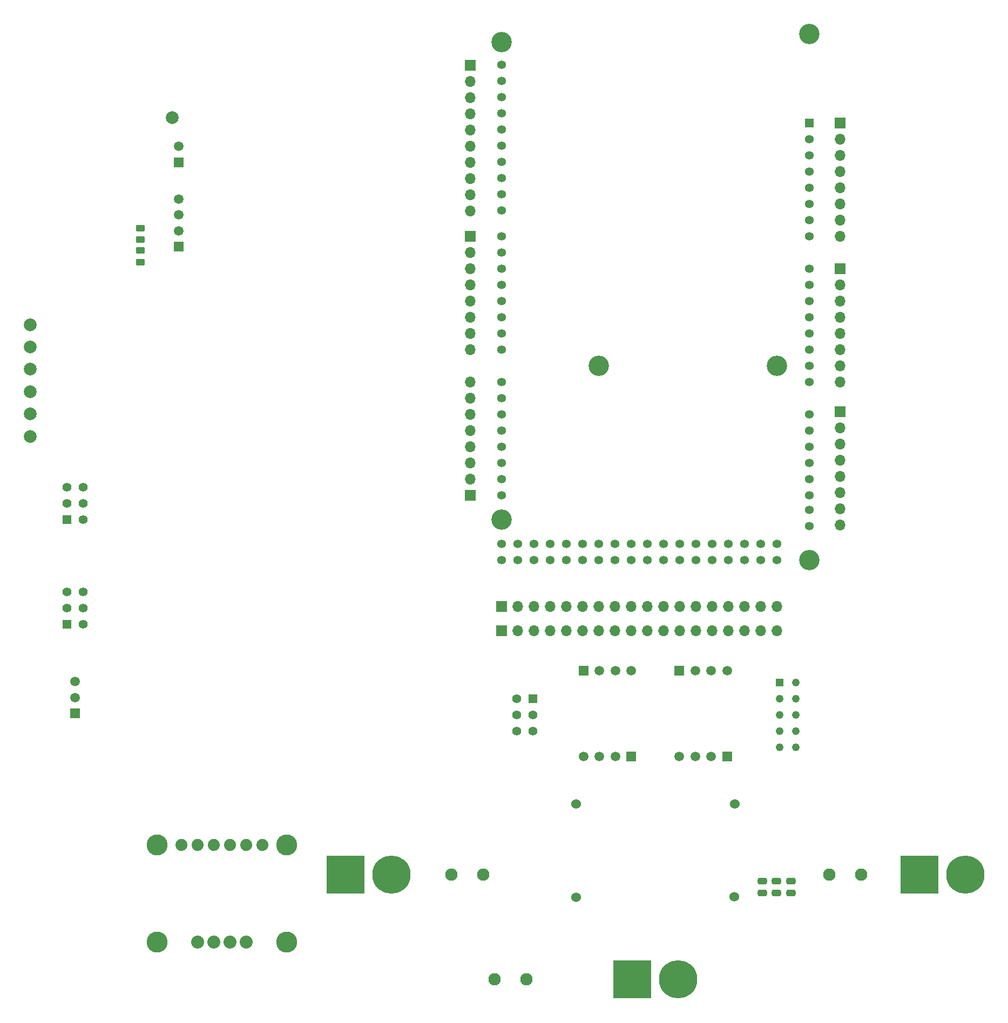
<source format=gbr>
%TF.GenerationSoftware,KiCad,Pcbnew,(6.0.9)*%
%TF.CreationDate,2023-07-09T09:32:53+10:00*%
%TF.ProjectId,Main 2.4,4d61696e-2032-42e3-942e-6b696361645f,rev?*%
%TF.SameCoordinates,Original*%
%TF.FileFunction,Soldermask,Top*%
%TF.FilePolarity,Negative*%
%FSLAX46Y46*%
G04 Gerber Fmt 4.6, Leading zero omitted, Abs format (unit mm)*
G04 Created by KiCad (PCBNEW (6.0.9)) date 2023-07-09 09:32:53*
%MOMM*%
%LPD*%
G01*
G04 APERTURE LIST*
G04 Aperture macros list*
%AMRoundRect*
0 Rectangle with rounded corners*
0 $1 Rounding radius*
0 $2 $3 $4 $5 $6 $7 $8 $9 X,Y pos of 4 corners*
0 Add a 4 corners polygon primitive as box body*
4,1,4,$2,$3,$4,$5,$6,$7,$8,$9,$2,$3,0*
0 Add four circle primitives for the rounded corners*
1,1,$1+$1,$2,$3*
1,1,$1+$1,$4,$5*
1,1,$1+$1,$6,$7*
1,1,$1+$1,$8,$9*
0 Add four rect primitives between the rounded corners*
20,1,$1+$1,$2,$3,$4,$5,0*
20,1,$1+$1,$4,$5,$6,$7,0*
20,1,$1+$1,$6,$7,$8,$9,0*
20,1,$1+$1,$8,$9,$2,$3,0*%
G04 Aperture macros list end*
%ADD10C,1.879600*%
%ADD11C,2.032000*%
%ADD12C,3.301600*%
%ADD13R,1.700000X1.700000*%
%ADD14O,1.700000X1.700000*%
%ADD15C,6.000000*%
%ADD16R,6.000000X6.000000*%
%ADD17R,1.398000X1.398000*%
%ADD18C,1.398000*%
%ADD19C,2.000000*%
%ADD20R,1.508000X1.508000*%
%ADD21C,1.508000*%
%ADD22RoundRect,0.250000X0.475000X-0.250000X0.475000X0.250000X-0.475000X0.250000X-0.475000X-0.250000X0*%
%ADD23C,1.950000*%
%ADD24R,1.240000X1.240000*%
%ADD25C,1.240000*%
%ADD26RoundRect,0.250000X-0.450000X0.262500X-0.450000X-0.262500X0.450000X-0.262500X0.450000X0.262500X0*%
%ADD27RoundRect,0.250000X0.450000X-0.262500X0.450000X0.262500X-0.450000X0.262500X-0.450000X-0.262500X0*%
%ADD28C,1.524000*%
%ADD29C,3.200000*%
%ADD30C,1.358000*%
%ADD31R,1.358000X1.358000*%
G04 APERTURE END LIST*
D10*
%TO.C,U4*%
X138350000Y-195380000D03*
X135810000Y-195380000D03*
X133270000Y-195380000D03*
X130730000Y-195380000D03*
X128190000Y-195380000D03*
X125650000Y-195380000D03*
D11*
X135810000Y-210620000D03*
X133270000Y-210620000D03*
X130730000Y-210620000D03*
X128190000Y-210620000D03*
D12*
X142160000Y-210620000D03*
X121840000Y-195380000D03*
X142160000Y-195380000D03*
X121840000Y-210620000D03*
%TD*%
D13*
%TO.C,J20*%
X171000000Y-99880000D03*
D14*
X171000000Y-102420000D03*
X171000000Y-104960000D03*
X171000000Y-107500000D03*
X171000000Y-110040000D03*
X171000000Y-112580000D03*
X171000000Y-115120000D03*
X171000000Y-117660000D03*
%TD*%
D15*
%TO.C,J5*%
X203600000Y-216500000D03*
D16*
X196400000Y-216500000D03*
%TD*%
D17*
%TO.C,J23*%
X107730000Y-160790000D03*
D18*
X107730000Y-158250000D03*
X107730000Y-155710000D03*
X110270000Y-160790000D03*
X110270000Y-158250000D03*
X110270000Y-155710000D03*
%TD*%
D19*
%TO.C,TP6*%
X102000000Y-131250000D03*
%TD*%
%TO.C,TP1*%
X102000000Y-113750000D03*
%TD*%
D13*
%TO.C,J22*%
X175890000Y-158000000D03*
D14*
X178430000Y-158000000D03*
X180970000Y-158000000D03*
X183510000Y-158000000D03*
X186050000Y-158000000D03*
X188590000Y-158000000D03*
X191130000Y-158000000D03*
X193670000Y-158000000D03*
X196210000Y-158000000D03*
X198750000Y-158000000D03*
X201290000Y-158000000D03*
X203830000Y-158000000D03*
X206370000Y-158000000D03*
X208910000Y-158000000D03*
X211450000Y-158000000D03*
X213990000Y-158000000D03*
X216530000Y-158000000D03*
X219070000Y-158000000D03*
%TD*%
D20*
%TO.C,J4*%
X211250000Y-181475000D03*
D21*
X208750000Y-181475000D03*
X206250000Y-181475000D03*
X203750000Y-181475000D03*
%TD*%
D17*
%TO.C,J9*%
X107730000Y-144290000D03*
D18*
X107730000Y-141750000D03*
X107730000Y-139210000D03*
X110270000Y-144290000D03*
X110270000Y-141750000D03*
X110270000Y-139210000D03*
%TD*%
D19*
%TO.C,TP4*%
X102000000Y-124250000D03*
%TD*%
D15*
%TO.C,J7*%
X248600000Y-200000000D03*
D16*
X241400000Y-200000000D03*
%TD*%
D19*
%TO.C,TP18*%
X124250000Y-81250000D03*
%TD*%
D20*
%TO.C,J25*%
X125275000Y-88250000D03*
D21*
X125275000Y-85750000D03*
%TD*%
D13*
%TO.C,J10*%
X229000000Y-82125000D03*
D14*
X229000000Y-84665000D03*
X229000000Y-87205000D03*
X229000000Y-89745000D03*
X229000000Y-92285000D03*
X229000000Y-94825000D03*
X229000000Y-97365000D03*
X229000000Y-99905000D03*
%TD*%
D13*
%TO.C,J19*%
X171000000Y-73050000D03*
D14*
X171000000Y-75590000D03*
X171000000Y-78130000D03*
X171000000Y-80670000D03*
X171000000Y-83210000D03*
X171000000Y-85750000D03*
X171000000Y-88290000D03*
X171000000Y-90830000D03*
X171000000Y-93370000D03*
X171000000Y-95910000D03*
%TD*%
D19*
%TO.C,TP2*%
X102000000Y-117250000D03*
%TD*%
D13*
%TO.C,J18*%
X175890000Y-161750000D03*
D14*
X178430000Y-161750000D03*
X180970000Y-161750000D03*
X183510000Y-161750000D03*
X186050000Y-161750000D03*
X188590000Y-161750000D03*
X191130000Y-161750000D03*
X193670000Y-161750000D03*
X196210000Y-161750000D03*
X198750000Y-161750000D03*
X201290000Y-161750000D03*
X203830000Y-161750000D03*
X206370000Y-161750000D03*
X208910000Y-161750000D03*
X211450000Y-161750000D03*
X213990000Y-161750000D03*
X216530000Y-161750000D03*
X219070000Y-161750000D03*
%TD*%
D22*
%TO.C,C1*%
X216750000Y-202950000D03*
X216750000Y-201050000D03*
%TD*%
D19*
%TO.C,TP5*%
X102000000Y-127750000D03*
%TD*%
D23*
%TO.C,J6*%
X179750000Y-216500000D03*
X174750000Y-216500000D03*
%TD*%
%TO.C,J15*%
X168000000Y-200000000D03*
X173000000Y-200000000D03*
%TD*%
D22*
%TO.C,C3*%
X219000000Y-202950000D03*
X219000000Y-201050000D03*
%TD*%
D20*
%TO.C,J3*%
X196250000Y-181475000D03*
D21*
X193750000Y-181475000D03*
X191250000Y-181475000D03*
X188750000Y-181475000D03*
%TD*%
D22*
%TO.C,C4*%
X221250000Y-202950000D03*
X221250000Y-201050000D03*
%TD*%
D24*
%TO.C,J11*%
X219500000Y-169920000D03*
D25*
X222040000Y-169920000D03*
X219500000Y-172460000D03*
X222040000Y-172460000D03*
X219500000Y-175000000D03*
X222040000Y-175000000D03*
X219500000Y-177540000D03*
X222040000Y-177540000D03*
X219500000Y-180080000D03*
X222040000Y-180080000D03*
%TD*%
D26*
%TO.C,R14*%
X119250000Y-98587500D03*
X119250000Y-100412500D03*
%TD*%
D13*
%TO.C,J21*%
X171000000Y-140530000D03*
D14*
X171000000Y-137990000D03*
X171000000Y-135450000D03*
X171000000Y-132910000D03*
X171000000Y-130370000D03*
X171000000Y-127830000D03*
X171000000Y-125290000D03*
X171000000Y-122750000D03*
%TD*%
D20*
%TO.C,J1*%
X188750000Y-168025000D03*
D21*
X191250000Y-168025000D03*
X193750000Y-168025000D03*
X196250000Y-168025000D03*
%TD*%
D20*
%TO.C,J2*%
X203750000Y-168025000D03*
D21*
X206250000Y-168025000D03*
X208750000Y-168025000D03*
X211250000Y-168025000D03*
%TD*%
D27*
%TO.C,R13*%
X119250000Y-103912500D03*
X119250000Y-102087500D03*
%TD*%
D28*
%TO.C,U1*%
X187610000Y-188965000D03*
X187610000Y-203635000D03*
X212490000Y-188965000D03*
X212390000Y-203535000D03*
%TD*%
D29*
%TO.C,A1*%
X175870000Y-144370000D03*
X191110000Y-120240000D03*
X219050000Y-120240000D03*
X224130000Y-68170000D03*
X175870000Y-69440000D03*
X224130000Y-150720000D03*
D30*
X175870000Y-117700000D03*
X175870000Y-115160000D03*
X175870000Y-112620000D03*
X175870000Y-110080000D03*
X224130000Y-89760000D03*
X175870000Y-107540000D03*
X175870000Y-105000000D03*
X224130000Y-92300000D03*
X175870000Y-148180000D03*
X175870000Y-150720000D03*
X175870000Y-102460000D03*
X175870000Y-99920000D03*
X175870000Y-95856000D03*
X175870000Y-93316000D03*
X175870000Y-90776000D03*
X175870000Y-88236000D03*
X175870000Y-85696000D03*
X175870000Y-83156000D03*
X175870000Y-122780000D03*
X175870000Y-125320000D03*
X175870000Y-127860000D03*
X175870000Y-130400000D03*
X175870000Y-132940000D03*
X175870000Y-135480000D03*
X175870000Y-138020000D03*
X175870000Y-140560000D03*
X178410000Y-148180000D03*
X178410000Y-150720000D03*
X180950000Y-148180000D03*
X180950000Y-150720000D03*
X183490000Y-148180000D03*
X183490000Y-150720000D03*
X186030000Y-148180000D03*
X186030000Y-150720000D03*
X188570000Y-148180000D03*
X188570000Y-150720000D03*
X191110000Y-148180000D03*
X191110000Y-150720000D03*
X193650000Y-148180000D03*
X193650000Y-150720000D03*
X196190000Y-148180000D03*
X196190000Y-150720000D03*
X198730000Y-148180000D03*
X198730000Y-150720000D03*
X201270000Y-148180000D03*
X201270000Y-150720000D03*
X203810000Y-148180000D03*
X203810000Y-150720000D03*
X206350000Y-148180000D03*
X206350000Y-150720000D03*
X208890000Y-148180000D03*
X208890000Y-150720000D03*
X211430000Y-148180000D03*
X211430000Y-150720000D03*
X213970000Y-148180000D03*
X213970000Y-150720000D03*
X216510000Y-148180000D03*
X216510000Y-150720000D03*
X224130000Y-105000000D03*
X224130000Y-107540000D03*
X224130000Y-110080000D03*
X224130000Y-112620000D03*
X224130000Y-115160000D03*
X224130000Y-117700000D03*
X224130000Y-120240000D03*
X224130000Y-122780000D03*
X224130000Y-127860000D03*
X224130000Y-130400000D03*
X224130000Y-132940000D03*
X224130000Y-135480000D03*
X224130000Y-138020000D03*
X224130000Y-140560000D03*
X224130000Y-142846000D03*
X224130000Y-145386000D03*
X175870000Y-78076000D03*
X224130000Y-94840000D03*
X224130000Y-97380000D03*
X175870000Y-80616000D03*
X219050000Y-148180000D03*
X219050000Y-150720000D03*
X224130000Y-84680000D03*
D31*
X224130000Y-82140000D03*
D30*
X224130000Y-87220000D03*
X175870000Y-72996000D03*
X175870000Y-75536000D03*
X224130000Y-99920000D03*
%TD*%
D15*
%TO.C,J8*%
X158600000Y-200000000D03*
D16*
X151400000Y-200000000D03*
%TD*%
D20*
%TO.C,J24*%
X109000000Y-174750000D03*
D21*
X109000000Y-172250000D03*
X109000000Y-169750000D03*
%TD*%
D13*
%TO.C,J17*%
X229000000Y-127375000D03*
D14*
X229000000Y-129915000D03*
X229000000Y-132455000D03*
X229000000Y-134995000D03*
X229000000Y-137535000D03*
X229000000Y-140075000D03*
X229000000Y-142615000D03*
X229000000Y-145155000D03*
%TD*%
D19*
%TO.C,TP3*%
X102000000Y-120750000D03*
%TD*%
D20*
%TO.C,J13*%
X125275000Y-101500000D03*
D21*
X125275000Y-99000000D03*
X125275000Y-96500000D03*
X125275000Y-94000000D03*
%TD*%
D23*
%TO.C,J16*%
X227250000Y-200000000D03*
X232250000Y-200000000D03*
%TD*%
D13*
%TO.C,J14*%
X229000000Y-104970000D03*
D14*
X229000000Y-107510000D03*
X229000000Y-110050000D03*
X229000000Y-112590000D03*
X229000000Y-115130000D03*
X229000000Y-117670000D03*
X229000000Y-120210000D03*
X229000000Y-122750000D03*
%TD*%
D17*
%TO.C,J12*%
X180770000Y-172460000D03*
D18*
X180770000Y-175000000D03*
X180770000Y-177540000D03*
X178230000Y-172460000D03*
X178230000Y-175000000D03*
X178230000Y-177540000D03*
%TD*%
M02*

</source>
